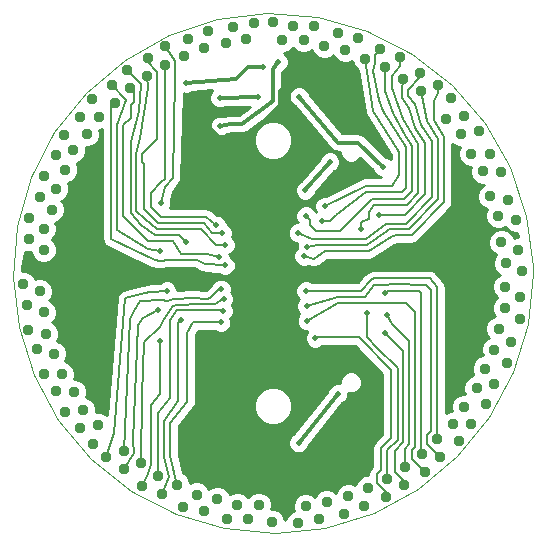
<source format=gbl>
G04 (created by PCBNEW-RS274X (2012-apr-16-27)-stable) date Tue 01 Apr 2014 03:39:00 PM EDT*
G01*
G70*
G90*
%MOIN*%
G04 Gerber Fmt 3.4, Leading zero omitted, Abs format*
%FSLAX34Y34*%
G04 APERTURE LIST*
%ADD10C,0.006000*%
%ADD11C,0.000400*%
%ADD12C,0.037000*%
%ADD13C,0.020000*%
%ADD14C,0.008000*%
%ADD15C,0.011800*%
%ADD16C,0.010000*%
G04 APERTURE END LIST*
G54D10*
G54D11*
X48032Y-39370D02*
X47867Y-41052D01*
X47378Y-42670D01*
X46584Y-44163D01*
X45516Y-45473D01*
X44213Y-46551D01*
X42726Y-47355D01*
X41111Y-47855D01*
X39430Y-48031D01*
X37747Y-47878D01*
X36126Y-47401D01*
X34628Y-46618D01*
X33310Y-45558D01*
X32223Y-44263D01*
X31409Y-42782D01*
X30898Y-41170D01*
X30709Y-39490D01*
X30851Y-37807D01*
X31317Y-36182D01*
X32090Y-34678D01*
X33140Y-33353D01*
X34427Y-32258D01*
X35903Y-31433D01*
X37510Y-30911D01*
X39189Y-30710D01*
X40874Y-30840D01*
X42502Y-31295D01*
X44011Y-32057D01*
X45343Y-33098D01*
X46448Y-34377D01*
X47283Y-35847D01*
X47816Y-37451D01*
X48028Y-39129D01*
X48032Y-39370D01*
G54D12*
X33386Y-45059D03*
X39350Y-47677D03*
X33346Y-33583D03*
X32952Y-34172D03*
X33558Y-34151D03*
X33164Y-34740D03*
X37835Y-47579D03*
X38544Y-47579D03*
X38189Y-47087D03*
X38898Y-47087D03*
X37520Y-46890D03*
X36825Y-46751D03*
X37076Y-47303D03*
X36381Y-47164D03*
X36181Y-46417D03*
X35526Y-46146D03*
X35666Y-46736D03*
X35011Y-46465D03*
X34980Y-45689D03*
X34391Y-45295D03*
X34412Y-45901D03*
X33823Y-45507D03*
X32441Y-44016D03*
X32942Y-44517D03*
X33039Y-43918D03*
X33541Y-44420D03*
X31732Y-42717D03*
X32125Y-43307D03*
X32338Y-42739D03*
X32731Y-43328D03*
X31220Y-41260D03*
X31491Y-41915D03*
X31810Y-41399D03*
X32081Y-42054D03*
X31043Y-39724D03*
X31181Y-40419D03*
X31594Y-39976D03*
X31732Y-40671D03*
X31240Y-37539D03*
X31240Y-38248D03*
X31732Y-37893D03*
X31732Y-38602D03*
X31732Y-36122D03*
X31593Y-36817D03*
X32145Y-36566D03*
X32006Y-37261D03*
X32402Y-34764D03*
X32131Y-35419D03*
X32721Y-35279D03*
X32450Y-35934D03*
X34094Y-33701D03*
X34595Y-33200D03*
X33996Y-33103D03*
X34498Y-32601D03*
X35177Y-32815D03*
X35767Y-32422D03*
X35199Y-32209D03*
X35788Y-31816D03*
X36417Y-32146D03*
X37072Y-31875D03*
X36556Y-31556D03*
X37211Y-31285D03*
X38740Y-31024D03*
X38045Y-31162D03*
X38488Y-31575D03*
X37793Y-31713D03*
X41083Y-31791D03*
X41778Y-31930D03*
X41527Y-31378D03*
X42222Y-31517D03*
X40217Y-47697D03*
X40912Y-47559D03*
X40469Y-47146D03*
X41164Y-47008D03*
X42539Y-46535D03*
X41884Y-46806D03*
X42400Y-47125D03*
X41745Y-47396D03*
X43760Y-45827D03*
X43170Y-46220D03*
X43738Y-46433D03*
X43149Y-46826D03*
X44843Y-44902D03*
X44342Y-45403D03*
X44941Y-45500D03*
X44439Y-46002D03*
X45571Y-44980D03*
X45965Y-44391D03*
X45359Y-44412D03*
X45753Y-43823D03*
X46476Y-43720D03*
X46747Y-43065D03*
X46157Y-43205D03*
X46428Y-42550D03*
X47165Y-42362D03*
X47304Y-41667D03*
X46752Y-41918D03*
X46891Y-41223D03*
X47598Y-40886D03*
X47598Y-40177D03*
X47106Y-40532D03*
X47106Y-39823D03*
X47677Y-39291D03*
X47539Y-38596D03*
X47126Y-39039D03*
X46988Y-38344D03*
X47480Y-37598D03*
X47209Y-36943D03*
X46890Y-37459D03*
X46619Y-36804D03*
X46988Y-36004D03*
X46595Y-35414D03*
X46382Y-35982D03*
X45989Y-35393D03*
X46240Y-34646D03*
X45739Y-34145D03*
X45642Y-34744D03*
X45140Y-34242D03*
X43720Y-32913D03*
X44309Y-33307D03*
X44288Y-32701D03*
X44877Y-33095D03*
X40748Y-31122D03*
X40039Y-31122D03*
X40394Y-31614D03*
X39685Y-31614D03*
X39370Y-31004D03*
X45295Y-33543D03*
X42441Y-32224D03*
X43096Y-32495D03*
X42956Y-31905D03*
X43611Y-32176D03*
G54D13*
X41102Y-37146D03*
X41004Y-37618D03*
X40472Y-37461D03*
X42323Y-37913D03*
X42894Y-37441D03*
X40217Y-38031D03*
X40512Y-38514D03*
X40404Y-38809D03*
X40472Y-39961D03*
X40492Y-40472D03*
X43110Y-40030D03*
X40512Y-40965D03*
X43169Y-40768D03*
X43110Y-41378D03*
X42500Y-40689D03*
X40787Y-41535D03*
X36486Y-33041D03*
X39045Y-32500D03*
X38858Y-33514D03*
X37599Y-33524D03*
X35630Y-37028D03*
X37490Y-37776D03*
X37677Y-38022D03*
X37776Y-38425D03*
X36457Y-38346D03*
X37579Y-38848D03*
X35591Y-38622D03*
X37776Y-39114D03*
X35827Y-39961D03*
X37648Y-39911D03*
X35531Y-40610D03*
X37726Y-40236D03*
X35610Y-41634D03*
X37717Y-40620D03*
X36319Y-40945D03*
X37628Y-41014D03*
X41260Y-35659D03*
X40453Y-36614D03*
X40246Y-33484D03*
X43051Y-35827D03*
X42559Y-34409D03*
X36909Y-34488D03*
X36417Y-44961D03*
X38406Y-43878D03*
X40226Y-45030D03*
X41535Y-43386D03*
X39547Y-32343D03*
X37618Y-34469D03*
G54D14*
X42717Y-33957D02*
X42441Y-32224D01*
X43346Y-36457D02*
X43346Y-36457D01*
X43583Y-35335D02*
X42717Y-33957D01*
X42461Y-36457D02*
X43346Y-36457D01*
X41102Y-37146D02*
X42461Y-36457D01*
X43346Y-36457D02*
X43583Y-36102D01*
X43583Y-36102D02*
X43583Y-35335D01*
X41004Y-37618D02*
X41260Y-37618D01*
X43799Y-35177D02*
X43031Y-33956D01*
X41260Y-37618D02*
X41457Y-37421D01*
X42894Y-33602D02*
X42717Y-32618D01*
X41457Y-37421D02*
X42480Y-36673D01*
X42776Y-32382D02*
X42776Y-32085D01*
X43799Y-36535D02*
X43799Y-35177D01*
X43031Y-33956D02*
X42894Y-33602D01*
X42480Y-36673D02*
X43681Y-36673D01*
X42776Y-32085D02*
X42956Y-31905D01*
X43681Y-36673D02*
X43799Y-36535D01*
X42717Y-32618D02*
X42776Y-32382D01*
X43110Y-33287D02*
X43366Y-34035D01*
X43996Y-35118D02*
X43996Y-35295D01*
X42657Y-36890D02*
X43740Y-36890D01*
X41594Y-37953D02*
X42657Y-36890D01*
X43096Y-32495D02*
X43110Y-33287D01*
X43740Y-36890D02*
X43996Y-36634D01*
X40472Y-37461D02*
X40610Y-37599D01*
X43996Y-36634D02*
X43996Y-35295D01*
X43780Y-34764D02*
X43996Y-35118D01*
X40807Y-37953D02*
X41594Y-37953D01*
X40610Y-37756D02*
X40807Y-37953D01*
X43366Y-34035D02*
X43780Y-34764D01*
X40610Y-37599D02*
X40610Y-37756D01*
X42323Y-37677D02*
X42559Y-37559D01*
X42559Y-37342D02*
X42756Y-37106D01*
X44213Y-36693D02*
X44213Y-35079D01*
X42323Y-37913D02*
X42323Y-37677D01*
X44213Y-35079D02*
X43701Y-34232D01*
X43611Y-32472D02*
X43611Y-32176D01*
X43839Y-37106D02*
X44213Y-36693D01*
X43701Y-34232D02*
X43327Y-33189D01*
X42756Y-37106D02*
X43839Y-37106D01*
X43327Y-32814D02*
X43611Y-32472D01*
X42559Y-37559D02*
X42559Y-37342D01*
X43327Y-33189D02*
X43327Y-32814D01*
X43780Y-37441D02*
X44429Y-36732D01*
X44114Y-34528D02*
X43898Y-33878D01*
X43662Y-33287D02*
X43720Y-32913D01*
X44429Y-36732D02*
X44429Y-35020D01*
X43662Y-33524D02*
X43662Y-33287D01*
X44429Y-35020D02*
X44114Y-34528D01*
X43898Y-33878D02*
X43662Y-33524D01*
X42894Y-37441D02*
X43780Y-37441D01*
X43130Y-37717D02*
X43799Y-37722D01*
X44665Y-34980D02*
X44311Y-34429D01*
X43130Y-37717D02*
X43130Y-37717D01*
X42480Y-38248D02*
X43130Y-37717D01*
X44311Y-34429D02*
X44114Y-33740D01*
X40217Y-38031D02*
X40681Y-38248D01*
X40681Y-38248D02*
X42480Y-38248D01*
X43858Y-33465D02*
X43858Y-33268D01*
X44288Y-32838D02*
X44288Y-32701D01*
X43799Y-37722D02*
X44665Y-36831D01*
X44114Y-33740D02*
X43858Y-33465D01*
X43130Y-37717D02*
X43130Y-37717D01*
X44665Y-36831D02*
X44665Y-34980D01*
X43858Y-33268D02*
X44288Y-32838D01*
X43248Y-37913D02*
X43819Y-37913D01*
X43819Y-37913D02*
X43839Y-37913D01*
X42520Y-38445D02*
X43189Y-37953D01*
X43917Y-37891D02*
X44863Y-36910D01*
X43189Y-37953D02*
X43248Y-37913D01*
X44862Y-34902D02*
X44508Y-34311D01*
X40829Y-38445D02*
X42520Y-38445D01*
X43839Y-37913D02*
X43917Y-37891D01*
X44508Y-34311D02*
X44309Y-33307D01*
X40552Y-38484D02*
X40829Y-38445D01*
X44862Y-35531D02*
X44862Y-34902D01*
X44863Y-36910D02*
X44862Y-35531D01*
X40512Y-38514D02*
X40552Y-38484D01*
X40738Y-38888D02*
X40738Y-38888D01*
X41102Y-38642D02*
X41102Y-38642D01*
X43858Y-38110D02*
X43996Y-38098D01*
X45059Y-34822D02*
X44724Y-34272D01*
X44877Y-33371D02*
X44877Y-33095D01*
X44724Y-33623D02*
X44877Y-33371D01*
X41093Y-38642D02*
X42579Y-38642D01*
X43484Y-38110D02*
X43858Y-38110D01*
X43996Y-38098D02*
X45059Y-36990D01*
X40738Y-38888D02*
X41102Y-38642D01*
X41102Y-38642D02*
X41102Y-38642D01*
X44724Y-34272D02*
X44724Y-33623D01*
X45059Y-36990D02*
X45059Y-34822D01*
X41102Y-38642D02*
X41102Y-38642D01*
X40404Y-38809D02*
X40738Y-38888D01*
X43307Y-38150D02*
X43484Y-38110D01*
X42579Y-38642D02*
X43307Y-38150D01*
X41102Y-38642D02*
X41093Y-38642D01*
X42323Y-39961D02*
X42638Y-39606D01*
X42638Y-39606D02*
X42756Y-39547D01*
X42756Y-39547D02*
X44591Y-39547D01*
X44843Y-39843D02*
X44843Y-44902D01*
X44591Y-39547D02*
X44843Y-39843D01*
X40472Y-39961D02*
X42323Y-39961D01*
X40492Y-40472D02*
X41535Y-40157D01*
X44646Y-39921D02*
X44646Y-44625D01*
X44508Y-45067D02*
X44941Y-45500D01*
X44459Y-39764D02*
X44646Y-39921D01*
X44646Y-44625D02*
X44508Y-44763D01*
X42441Y-40157D02*
X42756Y-39764D01*
X44508Y-44763D02*
X44508Y-45067D01*
X41535Y-40157D02*
X42441Y-40157D01*
X43062Y-39761D02*
X43395Y-39744D01*
X43395Y-39744D02*
X44459Y-39764D01*
X42756Y-39764D02*
X43062Y-39761D01*
X43395Y-39744D02*
X43395Y-39744D01*
X44311Y-40019D02*
X44311Y-45372D01*
X44253Y-39961D02*
X44311Y-40019D01*
X44311Y-45372D02*
X44342Y-45403D01*
X43406Y-39970D02*
X44253Y-39961D01*
X43170Y-39970D02*
X43406Y-39970D01*
X43110Y-40030D02*
X43170Y-39970D01*
X43996Y-45559D02*
X44439Y-46002D01*
X42987Y-40354D02*
X42987Y-40354D01*
X43799Y-40354D02*
X44114Y-40669D01*
X43996Y-45276D02*
X43996Y-45559D01*
X44114Y-45158D02*
X43996Y-45276D01*
X44114Y-40669D02*
X44114Y-45158D01*
X41547Y-40354D02*
X42987Y-40354D01*
X40512Y-40965D02*
X41547Y-40354D01*
X42987Y-40354D02*
X43799Y-40354D01*
X43760Y-45236D02*
X43760Y-45827D01*
X43346Y-41083D02*
X43917Y-41634D01*
X43917Y-41634D02*
X43917Y-45079D01*
X43917Y-45079D02*
X43760Y-45236D01*
X43169Y-40768D02*
X43346Y-41083D01*
X43425Y-45295D02*
X43425Y-45984D01*
X43425Y-45984D02*
X43738Y-46297D01*
X43706Y-41974D02*
X43706Y-45014D01*
X43706Y-45014D02*
X43425Y-45295D01*
X43110Y-41378D02*
X43706Y-41974D01*
X43738Y-46297D02*
X43738Y-46433D01*
X42500Y-40689D02*
X42500Y-40689D01*
X42854Y-41870D02*
X43524Y-42518D01*
X42500Y-41516D02*
X42854Y-41870D01*
X42500Y-40689D02*
X42500Y-41516D01*
X42500Y-41516D02*
X42500Y-41516D01*
X43524Y-42518D02*
X43524Y-44921D01*
X43524Y-44921D02*
X43170Y-45275D01*
X43170Y-45275D02*
X43170Y-46220D01*
X43307Y-42598D02*
X43307Y-44862D01*
X43149Y-46673D02*
X43149Y-46826D01*
X42972Y-45197D02*
X42972Y-45946D01*
X40787Y-41535D02*
X40805Y-41516D01*
X42972Y-45946D02*
X42835Y-46083D01*
X40805Y-41516D02*
X42225Y-41516D01*
X42225Y-41516D02*
X43307Y-42598D01*
X42835Y-46359D02*
X43149Y-46673D01*
X42835Y-46083D02*
X42835Y-46359D01*
X43307Y-44862D02*
X42972Y-45197D01*
G54D15*
X38544Y-32500D02*
X38150Y-32894D01*
X39045Y-32500D02*
X38544Y-32500D01*
X36486Y-33041D02*
X38150Y-32894D01*
X38858Y-33514D02*
X37599Y-33524D01*
G54D14*
X36122Y-32303D02*
X35788Y-31816D01*
X35787Y-36516D02*
X36024Y-36201D01*
X35630Y-37028D02*
X35787Y-36516D01*
X36122Y-32835D02*
X36122Y-32303D01*
X35630Y-37028D02*
X35630Y-37028D01*
X36024Y-36201D02*
X36122Y-32835D01*
X35630Y-37028D02*
X35630Y-37028D01*
X37156Y-37500D02*
X35630Y-37500D01*
X35295Y-37165D02*
X35295Y-36694D01*
X35295Y-36694D02*
X35650Y-36339D01*
X35630Y-37500D02*
X35295Y-37165D01*
X35767Y-36222D02*
X35650Y-36339D01*
X35767Y-32422D02*
X35767Y-36222D01*
X37490Y-37776D02*
X37156Y-37500D01*
X35000Y-35414D02*
X35512Y-34902D01*
X37677Y-38022D02*
X37677Y-38022D01*
X37353Y-38019D02*
X37087Y-37697D01*
X35079Y-37225D02*
X35079Y-35729D01*
X35000Y-35650D02*
X35000Y-35414D01*
X35551Y-37697D02*
X35079Y-37225D01*
X35199Y-32344D02*
X35199Y-32209D01*
X35512Y-34902D02*
X35512Y-32657D01*
X37087Y-37697D02*
X35551Y-37697D01*
X37677Y-38022D02*
X37353Y-38019D01*
X35512Y-32657D02*
X35199Y-32344D01*
X35079Y-35729D02*
X35000Y-35650D01*
X36972Y-37894D02*
X35761Y-37894D01*
X34823Y-37303D02*
X34823Y-36870D01*
X34823Y-36870D02*
X34811Y-35390D01*
X35098Y-37579D02*
X34823Y-37303D01*
X35492Y-37894D02*
X35098Y-37579D01*
X37776Y-38425D02*
X37480Y-38429D01*
X34942Y-34859D02*
X35217Y-33189D01*
X37480Y-38429D02*
X36972Y-37894D01*
X35761Y-37894D02*
X35492Y-37894D01*
X35217Y-33189D02*
X35177Y-32815D01*
X34811Y-35390D02*
X34942Y-34859D01*
X37776Y-38425D02*
X37776Y-38425D01*
X34961Y-37756D02*
X34626Y-37362D01*
X35453Y-38091D02*
X34961Y-37756D01*
X34626Y-35000D02*
X34899Y-33960D01*
X34626Y-37362D02*
X34626Y-35000D01*
X34899Y-33960D02*
X34961Y-33071D01*
X36240Y-38091D02*
X35453Y-38091D01*
X36457Y-38346D02*
X36240Y-38091D01*
X34961Y-33071D02*
X34498Y-32601D01*
X35216Y-38287D02*
X34390Y-37461D01*
X34646Y-34193D02*
X34646Y-33760D01*
X34724Y-33329D02*
X34595Y-33200D01*
X34390Y-37461D02*
X34390Y-34449D01*
X34646Y-33760D02*
X34724Y-33682D01*
X36024Y-38287D02*
X35216Y-38287D01*
X37165Y-38720D02*
X36299Y-38720D01*
X36299Y-38720D02*
X36024Y-38287D01*
X37579Y-38848D02*
X37165Y-38720D01*
X34390Y-34449D02*
X34646Y-34193D01*
X34724Y-33682D02*
X34724Y-33329D01*
X34167Y-34419D02*
X34488Y-33602D01*
X35591Y-38622D02*
X35217Y-38583D01*
X34488Y-33602D02*
X33996Y-33103D01*
X35217Y-38583D02*
X34170Y-37918D01*
X34170Y-37918D02*
X34167Y-34419D01*
X35610Y-38957D02*
X35453Y-38937D01*
X37776Y-39114D02*
X37110Y-39067D01*
X33976Y-38247D02*
X33976Y-35157D01*
X35453Y-38937D02*
X33976Y-38247D01*
X37776Y-39114D02*
X37776Y-39114D01*
X33976Y-33819D02*
X34094Y-33701D01*
X33976Y-35157D02*
X33976Y-33819D01*
X37110Y-39067D02*
X36825Y-38919D01*
X37776Y-39114D02*
X37776Y-39114D01*
X36825Y-38919D02*
X35906Y-38917D01*
X35906Y-38917D02*
X35610Y-38957D01*
X34449Y-40216D02*
X34075Y-44705D01*
X34075Y-44705D02*
X33823Y-45507D01*
X35276Y-40000D02*
X35099Y-40038D01*
X35827Y-39961D02*
X35276Y-40000D01*
X35099Y-40038D02*
X34449Y-40216D01*
X37648Y-39911D02*
X37569Y-39911D01*
X37569Y-39911D02*
X37323Y-40157D01*
X34606Y-40886D02*
X34391Y-45295D01*
X37323Y-40157D02*
X37205Y-40217D01*
X35846Y-40295D02*
X35669Y-40264D01*
X34724Y-40630D02*
X34606Y-40886D01*
X36063Y-40236D02*
X35846Y-40295D01*
X34935Y-40316D02*
X34724Y-40630D01*
X36692Y-40197D02*
X36063Y-40236D01*
X35669Y-40264D02*
X34935Y-40316D01*
X37205Y-40217D02*
X36692Y-40197D01*
X35039Y-40867D02*
X34862Y-41103D01*
X35531Y-40610D02*
X35039Y-40867D01*
X34705Y-44961D02*
X34744Y-45374D01*
X34862Y-41103D02*
X34705Y-44961D01*
X34744Y-45374D02*
X34412Y-45901D01*
X37726Y-40236D02*
X37717Y-40236D01*
X35079Y-41673D02*
X35000Y-43465D01*
X36024Y-40453D02*
X35728Y-40906D01*
X37717Y-40236D02*
X37441Y-40394D01*
X37283Y-40394D02*
X36988Y-40413D01*
X34980Y-45689D02*
X35000Y-43465D01*
X37441Y-40394D02*
X37283Y-40394D01*
X36161Y-40418D02*
X36024Y-40453D01*
X35610Y-41181D02*
X35079Y-41673D01*
X35728Y-40906D02*
X35610Y-41181D01*
X36988Y-40413D02*
X36161Y-40418D01*
X35197Y-46063D02*
X35011Y-46465D01*
X35315Y-45748D02*
X35197Y-46063D01*
X35610Y-41634D02*
X35610Y-43386D01*
X35315Y-43780D02*
X35315Y-45748D01*
X35610Y-43386D02*
X35315Y-43780D01*
X37284Y-40610D02*
X36161Y-40610D01*
X37707Y-40610D02*
X37717Y-40620D01*
X35945Y-40925D02*
X35945Y-43543D01*
X37284Y-40610D02*
X37707Y-40610D01*
X36161Y-40610D02*
X35945Y-40925D01*
X35526Y-46146D02*
X35531Y-44035D01*
X35945Y-43543D02*
X35531Y-44035D01*
X36201Y-41043D02*
X36201Y-43622D01*
X36319Y-40945D02*
X36201Y-41043D01*
X36201Y-43622D02*
X35728Y-44311D01*
X35906Y-46161D02*
X35666Y-46736D01*
X35728Y-44311D02*
X35728Y-45512D01*
X35728Y-45512D02*
X35906Y-46161D01*
X37490Y-41014D02*
X36722Y-41014D01*
X35945Y-44370D02*
X35945Y-44370D01*
X36181Y-46417D02*
X36181Y-46417D01*
X35945Y-45472D02*
X36181Y-46417D01*
X35945Y-44370D02*
X35945Y-45472D01*
X37628Y-41014D02*
X37490Y-41014D01*
X36516Y-42382D02*
X36516Y-43661D01*
X36516Y-41358D02*
X36516Y-42382D01*
X35945Y-44370D02*
X36516Y-43661D01*
X36722Y-41014D02*
X36516Y-41358D01*
G54D15*
X41260Y-35659D02*
X40453Y-36614D01*
X42211Y-35020D02*
X41531Y-35019D01*
X41531Y-35019D02*
X40246Y-33484D01*
X43051Y-35827D02*
X42211Y-35020D01*
X36929Y-35669D02*
X38386Y-36762D01*
X39616Y-33760D02*
X39616Y-33307D01*
X36417Y-44961D02*
X37244Y-44134D01*
X38022Y-43091D02*
X38406Y-43435D01*
X38386Y-42530D02*
X38022Y-43091D01*
X38386Y-36762D02*
X38386Y-42530D01*
X41113Y-32963D02*
X42559Y-34409D01*
X37244Y-44134D02*
X38406Y-43878D01*
X39960Y-32963D02*
X41113Y-32963D01*
X36909Y-34488D02*
X36929Y-35669D01*
X38406Y-43435D02*
X38406Y-43878D01*
X38543Y-34833D02*
X39616Y-33760D01*
X37225Y-34488D02*
X37570Y-34833D01*
X37570Y-34833D02*
X38543Y-34833D01*
X39616Y-33307D02*
X39960Y-32963D01*
X36909Y-34488D02*
X37225Y-34488D01*
X41535Y-43386D02*
X40226Y-45030D01*
X37985Y-34399D02*
X37618Y-34469D01*
X37985Y-34399D02*
X38326Y-34399D01*
X38326Y-34399D02*
X39370Y-33645D01*
X39370Y-33645D02*
X39370Y-33183D01*
X39370Y-33183D02*
X39370Y-32569D01*
X39370Y-32569D02*
X39547Y-32343D01*
G54D10*
G36*
X47533Y-38161D02*
X47453Y-38161D01*
X47393Y-38185D01*
X47357Y-38098D01*
X47235Y-37976D01*
X47075Y-37909D01*
X46902Y-37909D01*
X46742Y-37975D01*
X46620Y-38097D01*
X46553Y-38257D01*
X46553Y-38430D01*
X46619Y-38590D01*
X46741Y-38712D01*
X46809Y-38740D01*
X46758Y-38792D01*
X46691Y-38952D01*
X46691Y-39125D01*
X46757Y-39285D01*
X46879Y-39407D01*
X46926Y-39426D01*
X46860Y-39454D01*
X46738Y-39576D01*
X46671Y-39736D01*
X46671Y-39909D01*
X46737Y-40069D01*
X46845Y-40177D01*
X46738Y-40285D01*
X46671Y-40445D01*
X46671Y-40618D01*
X46737Y-40778D01*
X46763Y-40804D01*
X46645Y-40854D01*
X46523Y-40976D01*
X46456Y-41136D01*
X46456Y-41309D01*
X46522Y-41469D01*
X46573Y-41520D01*
X46506Y-41549D01*
X46384Y-41671D01*
X46317Y-41831D01*
X46317Y-42004D01*
X46362Y-42115D01*
X46342Y-42115D01*
X46182Y-42181D01*
X46060Y-42303D01*
X45993Y-42463D01*
X45993Y-42636D01*
X46051Y-42778D01*
X45911Y-42836D01*
X45789Y-42958D01*
X45722Y-43118D01*
X45722Y-43291D01*
X45762Y-43388D01*
X45667Y-43388D01*
X45507Y-43454D01*
X45385Y-43576D01*
X45318Y-43736D01*
X45318Y-43909D01*
X45346Y-43977D01*
X45273Y-43977D01*
X45133Y-44034D01*
X45133Y-39843D01*
X45123Y-39794D01*
X45119Y-39753D01*
X45113Y-39742D01*
X45111Y-39732D01*
X45083Y-39691D01*
X45063Y-39655D01*
X45048Y-39638D01*
X44812Y-39359D01*
X44802Y-39351D01*
X44796Y-39342D01*
X44758Y-39316D01*
X44723Y-39289D01*
X44712Y-39285D01*
X44702Y-39279D01*
X44655Y-39269D01*
X44614Y-39258D01*
X44602Y-39259D01*
X44591Y-39257D01*
X42756Y-39257D01*
X42744Y-39259D01*
X42734Y-39258D01*
X42690Y-39270D01*
X42645Y-39279D01*
X42636Y-39284D01*
X42625Y-39288D01*
X42508Y-39347D01*
X42443Y-39396D01*
X42421Y-39414D01*
X42419Y-39415D01*
X42419Y-39416D01*
X42418Y-39416D01*
X42192Y-39671D01*
X40675Y-39671D01*
X40670Y-39665D01*
X40542Y-39612D01*
X40403Y-39612D01*
X40275Y-39665D01*
X40176Y-39763D01*
X40123Y-39891D01*
X40123Y-40030D01*
X40176Y-40158D01*
X40243Y-40226D01*
X40196Y-40274D01*
X40143Y-40402D01*
X40143Y-40541D01*
X40196Y-40669D01*
X40254Y-40728D01*
X40216Y-40767D01*
X40163Y-40895D01*
X40163Y-41034D01*
X40216Y-41162D01*
X40314Y-41261D01*
X40442Y-41314D01*
X40514Y-41314D01*
X40491Y-41337D01*
X40438Y-41465D01*
X40438Y-41604D01*
X40491Y-41732D01*
X40589Y-41831D01*
X40717Y-41884D01*
X40856Y-41884D01*
X40984Y-41831D01*
X41009Y-41806D01*
X42105Y-41806D01*
X43017Y-42718D01*
X43017Y-44741D01*
X42767Y-44992D01*
X42704Y-45086D01*
X42682Y-45197D01*
X42682Y-45825D01*
X42630Y-45878D01*
X42567Y-45972D01*
X42545Y-46083D01*
X42545Y-46100D01*
X42453Y-46100D01*
X42337Y-46147D01*
X42337Y-43085D01*
X42337Y-42939D01*
X42281Y-42804D01*
X42178Y-42700D01*
X42042Y-42644D01*
X41896Y-42644D01*
X41761Y-42700D01*
X41657Y-42803D01*
X41601Y-42939D01*
X41601Y-43037D01*
X41466Y-43037D01*
X41338Y-43090D01*
X41239Y-43188D01*
X41186Y-43316D01*
X41186Y-43326D01*
X40085Y-44710D01*
X40029Y-44734D01*
X40013Y-44749D01*
X40013Y-43928D01*
X40013Y-43672D01*
X39915Y-43436D01*
X39735Y-43255D01*
X39499Y-43156D01*
X39243Y-43156D01*
X39007Y-43254D01*
X38826Y-43434D01*
X38727Y-43670D01*
X38727Y-43926D01*
X38825Y-44162D01*
X39005Y-44343D01*
X39241Y-44442D01*
X39497Y-44442D01*
X39733Y-44344D01*
X39914Y-44164D01*
X40013Y-43928D01*
X40013Y-44749D01*
X39930Y-44832D01*
X39877Y-44960D01*
X39877Y-45099D01*
X39930Y-45227D01*
X40028Y-45326D01*
X40156Y-45379D01*
X40295Y-45379D01*
X40423Y-45326D01*
X40522Y-45228D01*
X40575Y-45100D01*
X40575Y-45087D01*
X41674Y-43705D01*
X41732Y-43682D01*
X41831Y-43584D01*
X41884Y-43456D01*
X41884Y-43375D01*
X41896Y-43380D01*
X42042Y-43380D01*
X42177Y-43324D01*
X42281Y-43221D01*
X42337Y-43085D01*
X42337Y-46147D01*
X42293Y-46166D01*
X42171Y-46288D01*
X42111Y-46429D01*
X41971Y-46371D01*
X41798Y-46371D01*
X41638Y-46437D01*
X41516Y-46559D01*
X41461Y-46690D01*
X41411Y-46640D01*
X41251Y-46573D01*
X41078Y-46573D01*
X40918Y-46639D01*
X40796Y-46761D01*
X40767Y-46829D01*
X40716Y-46778D01*
X40556Y-46711D01*
X40383Y-46711D01*
X40223Y-46777D01*
X40101Y-46899D01*
X40034Y-47059D01*
X40034Y-47232D01*
X40058Y-47291D01*
X39971Y-47328D01*
X39849Y-47450D01*
X39785Y-47602D01*
X39785Y-47591D01*
X39719Y-47431D01*
X39597Y-47309D01*
X39437Y-47242D01*
X39304Y-47242D01*
X39333Y-47174D01*
X39333Y-47001D01*
X39267Y-46841D01*
X39145Y-46719D01*
X38985Y-46652D01*
X38812Y-46652D01*
X38652Y-46718D01*
X38543Y-46826D01*
X38436Y-46719D01*
X38276Y-46652D01*
X38103Y-46652D01*
X37943Y-46718D01*
X37926Y-46734D01*
X37889Y-46644D01*
X37767Y-46522D01*
X37607Y-46455D01*
X37434Y-46455D01*
X37274Y-46521D01*
X37222Y-46572D01*
X37194Y-46505D01*
X37072Y-46383D01*
X36912Y-46316D01*
X36739Y-46316D01*
X36616Y-46366D01*
X36616Y-46331D01*
X36550Y-46171D01*
X36428Y-46049D01*
X36382Y-46030D01*
X36235Y-45438D01*
X36235Y-44472D01*
X36721Y-43866D01*
X36741Y-43843D01*
X36757Y-43811D01*
X36784Y-43772D01*
X36787Y-43754D01*
X36794Y-43742D01*
X36796Y-43707D01*
X36806Y-43661D01*
X36806Y-42382D01*
X36806Y-41438D01*
X36886Y-41304D01*
X37424Y-41304D01*
X37430Y-41310D01*
X37558Y-41363D01*
X37697Y-41363D01*
X37825Y-41310D01*
X37924Y-41212D01*
X37977Y-41084D01*
X37977Y-40945D01*
X37950Y-40880D01*
X38013Y-40818D01*
X38066Y-40690D01*
X38066Y-40551D01*
X38018Y-40437D01*
X38022Y-40434D01*
X38075Y-40306D01*
X38075Y-40167D01*
X38022Y-40039D01*
X37987Y-40004D01*
X37997Y-39981D01*
X37997Y-39842D01*
X37944Y-39714D01*
X37846Y-39615D01*
X37718Y-39562D01*
X37579Y-39562D01*
X37451Y-39615D01*
X37352Y-39713D01*
X37348Y-39721D01*
X37150Y-39919D01*
X37141Y-39924D01*
X36703Y-39907D01*
X36686Y-39909D01*
X36674Y-39908D01*
X36176Y-39938D01*
X36176Y-39892D01*
X36123Y-39764D01*
X36025Y-39665D01*
X35897Y-39612D01*
X35758Y-39612D01*
X35630Y-39665D01*
X35608Y-39685D01*
X35256Y-39711D01*
X35234Y-39716D01*
X35215Y-39717D01*
X35038Y-39754D01*
X35027Y-39758D01*
X35022Y-39759D01*
X34372Y-39936D01*
X34364Y-39939D01*
X34364Y-39940D01*
X34363Y-39940D01*
X34271Y-39987D01*
X34197Y-40072D01*
X34161Y-40180D01*
X34162Y-40199D01*
X33834Y-44098D01*
X33788Y-44052D01*
X33628Y-43985D01*
X33474Y-43985D01*
X33474Y-43832D01*
X33408Y-43672D01*
X33286Y-43550D01*
X33135Y-43487D01*
X33166Y-43415D01*
X33166Y-43242D01*
X33100Y-43082D01*
X32978Y-42960D01*
X32818Y-42893D01*
X32744Y-42893D01*
X32773Y-42826D01*
X32773Y-42653D01*
X32707Y-42493D01*
X32585Y-42371D01*
X32439Y-42310D01*
X32449Y-42301D01*
X32516Y-42141D01*
X32516Y-41968D01*
X32450Y-41808D01*
X32328Y-41686D01*
X32186Y-41626D01*
X32245Y-41486D01*
X32245Y-41313D01*
X32179Y-41153D01*
X32057Y-41031D01*
X32007Y-41010D01*
X32100Y-40918D01*
X32167Y-40758D01*
X32167Y-40585D01*
X32101Y-40425D01*
X31979Y-40303D01*
X31910Y-40274D01*
X31962Y-40223D01*
X32029Y-40063D01*
X32029Y-39890D01*
X31963Y-39730D01*
X31841Y-39608D01*
X31681Y-39541D01*
X31508Y-39541D01*
X31448Y-39565D01*
X31412Y-39478D01*
X31290Y-39356D01*
X31130Y-39289D01*
X30998Y-39289D01*
X31003Y-39173D01*
X31104Y-38662D01*
X31153Y-38683D01*
X31297Y-38683D01*
X31297Y-38688D01*
X31363Y-38848D01*
X31485Y-38970D01*
X31645Y-39037D01*
X31818Y-39037D01*
X31978Y-38971D01*
X32100Y-38849D01*
X32167Y-38689D01*
X32167Y-38516D01*
X32101Y-38356D01*
X31992Y-38247D01*
X32100Y-38140D01*
X32167Y-37980D01*
X32167Y-37807D01*
X32116Y-37685D01*
X32252Y-37630D01*
X32374Y-37508D01*
X32441Y-37348D01*
X32441Y-37175D01*
X32375Y-37015D01*
X32323Y-36963D01*
X32391Y-36935D01*
X32513Y-36813D01*
X32580Y-36653D01*
X32580Y-36480D01*
X32534Y-36369D01*
X32536Y-36369D01*
X32696Y-36303D01*
X32818Y-36181D01*
X32885Y-36021D01*
X32885Y-35848D01*
X32826Y-35705D01*
X32967Y-35648D01*
X33089Y-35526D01*
X33156Y-35366D01*
X33156Y-35193D01*
X33148Y-35175D01*
X33250Y-35175D01*
X33410Y-35109D01*
X33532Y-34987D01*
X33599Y-34827D01*
X33599Y-34654D01*
X33570Y-34586D01*
X33644Y-34586D01*
X33686Y-34568D01*
X33686Y-35157D01*
X33686Y-38234D01*
X33686Y-38247D01*
X33697Y-38302D01*
X33704Y-38346D01*
X33706Y-38350D01*
X33708Y-38358D01*
X33737Y-38401D01*
X33762Y-38443D01*
X33767Y-38447D01*
X33771Y-38452D01*
X33806Y-38476D01*
X33853Y-38510D01*
X33865Y-38515D01*
X35308Y-39188D01*
X35309Y-39189D01*
X35310Y-39189D01*
X35331Y-39199D01*
X35359Y-39206D01*
X35416Y-39225D01*
X35573Y-39245D01*
X35616Y-39241D01*
X35649Y-39244D01*
X35921Y-39207D01*
X36755Y-39208D01*
X36977Y-39324D01*
X36981Y-39327D01*
X37041Y-39342D01*
X37085Y-39356D01*
X37088Y-39355D01*
X37090Y-39356D01*
X37557Y-39389D01*
X37578Y-39410D01*
X37706Y-39463D01*
X37845Y-39463D01*
X37973Y-39410D01*
X38072Y-39312D01*
X38125Y-39184D01*
X38125Y-39045D01*
X38072Y-38917D01*
X37974Y-38818D01*
X37928Y-38798D01*
X37928Y-38779D01*
X37914Y-38745D01*
X37973Y-38721D01*
X38072Y-38623D01*
X38125Y-38495D01*
X38125Y-38356D01*
X38072Y-38228D01*
X37999Y-38155D01*
X38026Y-38092D01*
X38026Y-37953D01*
X37973Y-37825D01*
X37875Y-37726D01*
X37839Y-37711D01*
X37839Y-37707D01*
X37786Y-37579D01*
X37688Y-37480D01*
X37560Y-37427D01*
X37521Y-37427D01*
X37341Y-37277D01*
X37305Y-37257D01*
X37267Y-37232D01*
X37252Y-37229D01*
X37241Y-37223D01*
X37198Y-37218D01*
X37156Y-37210D01*
X35932Y-37210D01*
X35979Y-37098D01*
X35979Y-36959D01*
X35964Y-36924D01*
X36048Y-36651D01*
X36256Y-36376D01*
X36270Y-36345D01*
X36289Y-36320D01*
X36294Y-36295D01*
X36305Y-36274D01*
X36306Y-36242D01*
X36314Y-36210D01*
X36398Y-33382D01*
X36416Y-33390D01*
X36555Y-33390D01*
X36683Y-33337D01*
X36686Y-33333D01*
X37354Y-33275D01*
X37303Y-33326D01*
X37250Y-33454D01*
X37250Y-33593D01*
X37303Y-33721D01*
X37401Y-33820D01*
X37529Y-33873D01*
X37668Y-33873D01*
X37768Y-33831D01*
X38594Y-33824D01*
X38225Y-34090D01*
X37985Y-34090D01*
X37954Y-34096D01*
X37926Y-34096D01*
X37722Y-34134D01*
X37688Y-34120D01*
X37549Y-34120D01*
X37421Y-34173D01*
X37322Y-34271D01*
X37269Y-34399D01*
X37269Y-34538D01*
X37322Y-34666D01*
X37420Y-34765D01*
X37548Y-34818D01*
X37687Y-34818D01*
X37815Y-34765D01*
X37838Y-34741D01*
X38015Y-34708D01*
X38326Y-34708D01*
X38365Y-34700D01*
X38397Y-34699D01*
X38419Y-34688D01*
X38444Y-34684D01*
X38470Y-34666D01*
X38507Y-34650D01*
X39551Y-33897D01*
X39572Y-33873D01*
X39588Y-33863D01*
X39604Y-33837D01*
X39632Y-33808D01*
X39640Y-33784D01*
X39655Y-33763D01*
X39662Y-33725D01*
X39674Y-33695D01*
X39673Y-33673D01*
X39679Y-33645D01*
X39679Y-33183D01*
X39679Y-32675D01*
X39690Y-32661D01*
X39744Y-32639D01*
X39843Y-32541D01*
X39896Y-32413D01*
X39896Y-32274D01*
X39843Y-32146D01*
X39746Y-32049D01*
X39771Y-32049D01*
X39931Y-31983D01*
X40039Y-31874D01*
X40147Y-31982D01*
X40307Y-32049D01*
X40480Y-32049D01*
X40640Y-31983D01*
X40676Y-31946D01*
X40714Y-32037D01*
X40836Y-32159D01*
X40996Y-32226D01*
X41169Y-32226D01*
X41329Y-32160D01*
X41380Y-32108D01*
X41409Y-32176D01*
X41531Y-32298D01*
X41691Y-32365D01*
X41864Y-32365D01*
X42006Y-32306D01*
X42006Y-32310D01*
X42072Y-32470D01*
X42194Y-32592D01*
X42206Y-32597D01*
X42429Y-34002D01*
X42468Y-34108D01*
X42471Y-34111D01*
X43293Y-35420D01*
X43293Y-35575D01*
X43249Y-35531D01*
X43142Y-35486D01*
X42425Y-34797D01*
X42354Y-34752D01*
X42329Y-34735D01*
X42326Y-34734D01*
X42324Y-34733D01*
X42290Y-34727D01*
X42212Y-34711D01*
X41674Y-34710D01*
X40595Y-33419D01*
X40595Y-33415D01*
X40542Y-33287D01*
X40444Y-33188D01*
X40316Y-33135D01*
X40177Y-33135D01*
X40049Y-33188D01*
X39950Y-33286D01*
X39897Y-33414D01*
X39897Y-33553D01*
X39950Y-33681D01*
X40048Y-33780D01*
X40113Y-33807D01*
X41292Y-35217D01*
X41308Y-35229D01*
X41313Y-35237D01*
X41341Y-35256D01*
X41387Y-35292D01*
X41401Y-35296D01*
X41413Y-35304D01*
X41460Y-35313D01*
X41502Y-35326D01*
X41513Y-35324D01*
X41530Y-35328D01*
X41601Y-35328D01*
X41601Y-35407D01*
X41657Y-35542D01*
X41760Y-35646D01*
X41896Y-35702D01*
X42042Y-35702D01*
X42177Y-35646D01*
X42281Y-35543D01*
X42288Y-35524D01*
X42719Y-35939D01*
X42755Y-36024D01*
X42853Y-36123D01*
X42959Y-36167D01*
X42461Y-36167D01*
X42449Y-36169D01*
X42438Y-36168D01*
X42391Y-36180D01*
X42350Y-36189D01*
X42341Y-36194D01*
X42329Y-36198D01*
X41609Y-36563D01*
X41609Y-35729D01*
X41609Y-35590D01*
X41556Y-35462D01*
X41458Y-35363D01*
X41330Y-35310D01*
X41191Y-35310D01*
X41063Y-35363D01*
X40964Y-35461D01*
X40911Y-35589D01*
X40911Y-35593D01*
X40322Y-36290D01*
X40256Y-36318D01*
X40157Y-36416D01*
X40104Y-36544D01*
X40104Y-36683D01*
X40157Y-36811D01*
X40255Y-36910D01*
X40383Y-36963D01*
X40522Y-36963D01*
X40650Y-36910D01*
X40749Y-36812D01*
X40802Y-36684D01*
X40802Y-36679D01*
X41392Y-35981D01*
X41457Y-35955D01*
X41556Y-35857D01*
X41609Y-35729D01*
X41609Y-36563D01*
X41148Y-36797D01*
X41033Y-36797D01*
X40905Y-36850D01*
X40806Y-36948D01*
X40753Y-37076D01*
X40753Y-37215D01*
X40800Y-37328D01*
X40796Y-37332D01*
X40768Y-37264D01*
X40670Y-37165D01*
X40542Y-37112D01*
X40403Y-37112D01*
X40275Y-37165D01*
X40176Y-37263D01*
X40123Y-37391D01*
X40123Y-37530D01*
X40176Y-37658D01*
X40199Y-37682D01*
X40148Y-37682D01*
X40020Y-37735D01*
X40013Y-37741D01*
X40013Y-35070D01*
X40013Y-34814D01*
X39915Y-34578D01*
X39735Y-34397D01*
X39499Y-34298D01*
X39243Y-34298D01*
X39007Y-34396D01*
X38826Y-34576D01*
X38727Y-34812D01*
X38727Y-35068D01*
X38825Y-35304D01*
X39005Y-35485D01*
X39241Y-35584D01*
X39497Y-35584D01*
X39733Y-35486D01*
X39914Y-35306D01*
X40013Y-35070D01*
X40013Y-37741D01*
X39921Y-37833D01*
X39868Y-37961D01*
X39868Y-38100D01*
X39921Y-38228D01*
X40019Y-38327D01*
X40147Y-38380D01*
X40189Y-38380D01*
X40163Y-38444D01*
X40163Y-38556D01*
X40108Y-38611D01*
X40055Y-38739D01*
X40055Y-38878D01*
X40108Y-39006D01*
X40206Y-39105D01*
X40334Y-39158D01*
X40473Y-39158D01*
X40526Y-39135D01*
X40671Y-39170D01*
X40676Y-39170D01*
X40683Y-39173D01*
X40711Y-39172D01*
X40738Y-39178D01*
X40762Y-39173D01*
X40784Y-39174D01*
X40789Y-39172D01*
X40796Y-39172D01*
X40820Y-39161D01*
X40849Y-39156D01*
X40868Y-39142D01*
X40890Y-39135D01*
X40894Y-39130D01*
X40901Y-39128D01*
X41190Y-38932D01*
X42579Y-38932D01*
X42607Y-38926D01*
X42637Y-38926D01*
X42661Y-38915D01*
X42690Y-38910D01*
X42714Y-38893D01*
X42742Y-38882D01*
X43422Y-38421D01*
X43516Y-38400D01*
X43858Y-38400D01*
X43870Y-38397D01*
X43883Y-38399D01*
X44002Y-38388D01*
X44021Y-38387D01*
X44059Y-38375D01*
X44113Y-38364D01*
X44123Y-38356D01*
X44129Y-38355D01*
X44154Y-38334D01*
X44205Y-38299D01*
X44218Y-38284D01*
X45264Y-37195D01*
X45268Y-37191D01*
X45292Y-37153D01*
X45327Y-37101D01*
X45327Y-37096D01*
X45329Y-37095D01*
X45334Y-37065D01*
X45349Y-36990D01*
X45349Y-35066D01*
X45395Y-35112D01*
X45555Y-35179D01*
X45607Y-35179D01*
X45554Y-35306D01*
X45554Y-35479D01*
X45620Y-35639D01*
X45742Y-35761D01*
X45902Y-35828D01*
X45975Y-35828D01*
X45947Y-35895D01*
X45947Y-36068D01*
X46013Y-36228D01*
X46135Y-36350D01*
X46295Y-36417D01*
X46416Y-36417D01*
X46373Y-36435D01*
X46251Y-36557D01*
X46184Y-36717D01*
X46184Y-36890D01*
X46250Y-37050D01*
X46372Y-37172D01*
X46513Y-37231D01*
X46455Y-37372D01*
X46455Y-37545D01*
X46521Y-37705D01*
X46643Y-37827D01*
X46803Y-37894D01*
X46976Y-37894D01*
X47108Y-37839D01*
X47111Y-37844D01*
X47233Y-37966D01*
X47393Y-38033D01*
X47507Y-38033D01*
X47533Y-38161D01*
X47533Y-38161D01*
G37*
G54D16*
X47533Y-38161D02*
X47453Y-38161D01*
X47393Y-38185D01*
X47357Y-38098D01*
X47235Y-37976D01*
X47075Y-37909D01*
X46902Y-37909D01*
X46742Y-37975D01*
X46620Y-38097D01*
X46553Y-38257D01*
X46553Y-38430D01*
X46619Y-38590D01*
X46741Y-38712D01*
X46809Y-38740D01*
X46758Y-38792D01*
X46691Y-38952D01*
X46691Y-39125D01*
X46757Y-39285D01*
X46879Y-39407D01*
X46926Y-39426D01*
X46860Y-39454D01*
X46738Y-39576D01*
X46671Y-39736D01*
X46671Y-39909D01*
X46737Y-40069D01*
X46845Y-40177D01*
X46738Y-40285D01*
X46671Y-40445D01*
X46671Y-40618D01*
X46737Y-40778D01*
X46763Y-40804D01*
X46645Y-40854D01*
X46523Y-40976D01*
X46456Y-41136D01*
X46456Y-41309D01*
X46522Y-41469D01*
X46573Y-41520D01*
X46506Y-41549D01*
X46384Y-41671D01*
X46317Y-41831D01*
X46317Y-42004D01*
X46362Y-42115D01*
X46342Y-42115D01*
X46182Y-42181D01*
X46060Y-42303D01*
X45993Y-42463D01*
X45993Y-42636D01*
X46051Y-42778D01*
X45911Y-42836D01*
X45789Y-42958D01*
X45722Y-43118D01*
X45722Y-43291D01*
X45762Y-43388D01*
X45667Y-43388D01*
X45507Y-43454D01*
X45385Y-43576D01*
X45318Y-43736D01*
X45318Y-43909D01*
X45346Y-43977D01*
X45273Y-43977D01*
X45133Y-44034D01*
X45133Y-39843D01*
X45123Y-39794D01*
X45119Y-39753D01*
X45113Y-39742D01*
X45111Y-39732D01*
X45083Y-39691D01*
X45063Y-39655D01*
X45048Y-39638D01*
X44812Y-39359D01*
X44802Y-39351D01*
X44796Y-39342D01*
X44758Y-39316D01*
X44723Y-39289D01*
X44712Y-39285D01*
X44702Y-39279D01*
X44655Y-39269D01*
X44614Y-39258D01*
X44602Y-39259D01*
X44591Y-39257D01*
X42756Y-39257D01*
X42744Y-39259D01*
X42734Y-39258D01*
X42690Y-39270D01*
X42645Y-39279D01*
X42636Y-39284D01*
X42625Y-39288D01*
X42508Y-39347D01*
X42443Y-39396D01*
X42421Y-39414D01*
X42419Y-39415D01*
X42419Y-39416D01*
X42418Y-39416D01*
X42192Y-39671D01*
X40675Y-39671D01*
X40670Y-39665D01*
X40542Y-39612D01*
X40403Y-39612D01*
X40275Y-39665D01*
X40176Y-39763D01*
X40123Y-39891D01*
X40123Y-40030D01*
X40176Y-40158D01*
X40243Y-40226D01*
X40196Y-40274D01*
X40143Y-40402D01*
X40143Y-40541D01*
X40196Y-40669D01*
X40254Y-40728D01*
X40216Y-40767D01*
X40163Y-40895D01*
X40163Y-41034D01*
X40216Y-41162D01*
X40314Y-41261D01*
X40442Y-41314D01*
X40514Y-41314D01*
X40491Y-41337D01*
X40438Y-41465D01*
X40438Y-41604D01*
X40491Y-41732D01*
X40589Y-41831D01*
X40717Y-41884D01*
X40856Y-41884D01*
X40984Y-41831D01*
X41009Y-41806D01*
X42105Y-41806D01*
X43017Y-42718D01*
X43017Y-44741D01*
X42767Y-44992D01*
X42704Y-45086D01*
X42682Y-45197D01*
X42682Y-45825D01*
X42630Y-45878D01*
X42567Y-45972D01*
X42545Y-46083D01*
X42545Y-46100D01*
X42453Y-46100D01*
X42337Y-46147D01*
X42337Y-43085D01*
X42337Y-42939D01*
X42281Y-42804D01*
X42178Y-42700D01*
X42042Y-42644D01*
X41896Y-42644D01*
X41761Y-42700D01*
X41657Y-42803D01*
X41601Y-42939D01*
X41601Y-43037D01*
X41466Y-43037D01*
X41338Y-43090D01*
X41239Y-43188D01*
X41186Y-43316D01*
X41186Y-43326D01*
X40085Y-44710D01*
X40029Y-44734D01*
X40013Y-44749D01*
X40013Y-43928D01*
X40013Y-43672D01*
X39915Y-43436D01*
X39735Y-43255D01*
X39499Y-43156D01*
X39243Y-43156D01*
X39007Y-43254D01*
X38826Y-43434D01*
X38727Y-43670D01*
X38727Y-43926D01*
X38825Y-44162D01*
X39005Y-44343D01*
X39241Y-44442D01*
X39497Y-44442D01*
X39733Y-44344D01*
X39914Y-44164D01*
X40013Y-43928D01*
X40013Y-44749D01*
X39930Y-44832D01*
X39877Y-44960D01*
X39877Y-45099D01*
X39930Y-45227D01*
X40028Y-45326D01*
X40156Y-45379D01*
X40295Y-45379D01*
X40423Y-45326D01*
X40522Y-45228D01*
X40575Y-45100D01*
X40575Y-45087D01*
X41674Y-43705D01*
X41732Y-43682D01*
X41831Y-43584D01*
X41884Y-43456D01*
X41884Y-43375D01*
X41896Y-43380D01*
X42042Y-43380D01*
X42177Y-43324D01*
X42281Y-43221D01*
X42337Y-43085D01*
X42337Y-46147D01*
X42293Y-46166D01*
X42171Y-46288D01*
X42111Y-46429D01*
X41971Y-46371D01*
X41798Y-46371D01*
X41638Y-46437D01*
X41516Y-46559D01*
X41461Y-46690D01*
X41411Y-46640D01*
X41251Y-46573D01*
X41078Y-46573D01*
X40918Y-46639D01*
X40796Y-46761D01*
X40767Y-46829D01*
X40716Y-46778D01*
X40556Y-46711D01*
X40383Y-46711D01*
X40223Y-46777D01*
X40101Y-46899D01*
X40034Y-47059D01*
X40034Y-47232D01*
X40058Y-47291D01*
X39971Y-47328D01*
X39849Y-47450D01*
X39785Y-47602D01*
X39785Y-47591D01*
X39719Y-47431D01*
X39597Y-47309D01*
X39437Y-47242D01*
X39304Y-47242D01*
X39333Y-47174D01*
X39333Y-47001D01*
X39267Y-46841D01*
X39145Y-46719D01*
X38985Y-46652D01*
X38812Y-46652D01*
X38652Y-46718D01*
X38543Y-46826D01*
X38436Y-46719D01*
X38276Y-46652D01*
X38103Y-46652D01*
X37943Y-46718D01*
X37926Y-46734D01*
X37889Y-46644D01*
X37767Y-46522D01*
X37607Y-46455D01*
X37434Y-46455D01*
X37274Y-46521D01*
X37222Y-46572D01*
X37194Y-46505D01*
X37072Y-46383D01*
X36912Y-46316D01*
X36739Y-46316D01*
X36616Y-46366D01*
X36616Y-46331D01*
X36550Y-46171D01*
X36428Y-46049D01*
X36382Y-46030D01*
X36235Y-45438D01*
X36235Y-44472D01*
X36721Y-43866D01*
X36741Y-43843D01*
X36757Y-43811D01*
X36784Y-43772D01*
X36787Y-43754D01*
X36794Y-43742D01*
X36796Y-43707D01*
X36806Y-43661D01*
X36806Y-42382D01*
X36806Y-41438D01*
X36886Y-41304D01*
X37424Y-41304D01*
X37430Y-41310D01*
X37558Y-41363D01*
X37697Y-41363D01*
X37825Y-41310D01*
X37924Y-41212D01*
X37977Y-41084D01*
X37977Y-40945D01*
X37950Y-40880D01*
X38013Y-40818D01*
X38066Y-40690D01*
X38066Y-40551D01*
X38018Y-40437D01*
X38022Y-40434D01*
X38075Y-40306D01*
X38075Y-40167D01*
X38022Y-40039D01*
X37987Y-40004D01*
X37997Y-39981D01*
X37997Y-39842D01*
X37944Y-39714D01*
X37846Y-39615D01*
X37718Y-39562D01*
X37579Y-39562D01*
X37451Y-39615D01*
X37352Y-39713D01*
X37348Y-39721D01*
X37150Y-39919D01*
X37141Y-39924D01*
X36703Y-39907D01*
X36686Y-39909D01*
X36674Y-39908D01*
X36176Y-39938D01*
X36176Y-39892D01*
X36123Y-39764D01*
X36025Y-39665D01*
X35897Y-39612D01*
X35758Y-39612D01*
X35630Y-39665D01*
X35608Y-39685D01*
X35256Y-39711D01*
X35234Y-39716D01*
X35215Y-39717D01*
X35038Y-39754D01*
X35027Y-39758D01*
X35022Y-39759D01*
X34372Y-39936D01*
X34364Y-39939D01*
X34364Y-39940D01*
X34363Y-39940D01*
X34271Y-39987D01*
X34197Y-40072D01*
X34161Y-40180D01*
X34162Y-40199D01*
X33834Y-44098D01*
X33788Y-44052D01*
X33628Y-43985D01*
X33474Y-43985D01*
X33474Y-43832D01*
X33408Y-43672D01*
X33286Y-43550D01*
X33135Y-43487D01*
X33166Y-43415D01*
X33166Y-43242D01*
X33100Y-43082D01*
X32978Y-42960D01*
X32818Y-42893D01*
X32744Y-42893D01*
X32773Y-42826D01*
X32773Y-42653D01*
X32707Y-42493D01*
X32585Y-42371D01*
X32439Y-42310D01*
X32449Y-42301D01*
X32516Y-42141D01*
X32516Y-41968D01*
X32450Y-41808D01*
X32328Y-41686D01*
X32186Y-41626D01*
X32245Y-41486D01*
X32245Y-41313D01*
X32179Y-41153D01*
X32057Y-41031D01*
X32007Y-41010D01*
X32100Y-40918D01*
X32167Y-40758D01*
X32167Y-40585D01*
X32101Y-40425D01*
X31979Y-40303D01*
X31910Y-40274D01*
X31962Y-40223D01*
X32029Y-40063D01*
X32029Y-39890D01*
X31963Y-39730D01*
X31841Y-39608D01*
X31681Y-39541D01*
X31508Y-39541D01*
X31448Y-39565D01*
X31412Y-39478D01*
X31290Y-39356D01*
X31130Y-39289D01*
X30998Y-39289D01*
X31003Y-39173D01*
X31104Y-38662D01*
X31153Y-38683D01*
X31297Y-38683D01*
X31297Y-38688D01*
X31363Y-38848D01*
X31485Y-38970D01*
X31645Y-39037D01*
X31818Y-39037D01*
X31978Y-38971D01*
X32100Y-38849D01*
X32167Y-38689D01*
X32167Y-38516D01*
X32101Y-38356D01*
X31992Y-38247D01*
X32100Y-38140D01*
X32167Y-37980D01*
X32167Y-37807D01*
X32116Y-37685D01*
X32252Y-37630D01*
X32374Y-37508D01*
X32441Y-37348D01*
X32441Y-37175D01*
X32375Y-37015D01*
X32323Y-36963D01*
X32391Y-36935D01*
X32513Y-36813D01*
X32580Y-36653D01*
X32580Y-36480D01*
X32534Y-36369D01*
X32536Y-36369D01*
X32696Y-36303D01*
X32818Y-36181D01*
X32885Y-36021D01*
X32885Y-35848D01*
X32826Y-35705D01*
X32967Y-35648D01*
X33089Y-35526D01*
X33156Y-35366D01*
X33156Y-35193D01*
X33148Y-35175D01*
X33250Y-35175D01*
X33410Y-35109D01*
X33532Y-34987D01*
X33599Y-34827D01*
X33599Y-34654D01*
X33570Y-34586D01*
X33644Y-34586D01*
X33686Y-34568D01*
X33686Y-35157D01*
X33686Y-38234D01*
X33686Y-38247D01*
X33697Y-38302D01*
X33704Y-38346D01*
X33706Y-38350D01*
X33708Y-38358D01*
X33737Y-38401D01*
X33762Y-38443D01*
X33767Y-38447D01*
X33771Y-38452D01*
X33806Y-38476D01*
X33853Y-38510D01*
X33865Y-38515D01*
X35308Y-39188D01*
X35309Y-39189D01*
X35310Y-39189D01*
X35331Y-39199D01*
X35359Y-39206D01*
X35416Y-39225D01*
X35573Y-39245D01*
X35616Y-39241D01*
X35649Y-39244D01*
X35921Y-39207D01*
X36755Y-39208D01*
X36977Y-39324D01*
X36981Y-39327D01*
X37041Y-39342D01*
X37085Y-39356D01*
X37088Y-39355D01*
X37090Y-39356D01*
X37557Y-39389D01*
X37578Y-39410D01*
X37706Y-39463D01*
X37845Y-39463D01*
X37973Y-39410D01*
X38072Y-39312D01*
X38125Y-39184D01*
X38125Y-39045D01*
X38072Y-38917D01*
X37974Y-38818D01*
X37928Y-38798D01*
X37928Y-38779D01*
X37914Y-38745D01*
X37973Y-38721D01*
X38072Y-38623D01*
X38125Y-38495D01*
X38125Y-38356D01*
X38072Y-38228D01*
X37999Y-38155D01*
X38026Y-38092D01*
X38026Y-37953D01*
X37973Y-37825D01*
X37875Y-37726D01*
X37839Y-37711D01*
X37839Y-37707D01*
X37786Y-37579D01*
X37688Y-37480D01*
X37560Y-37427D01*
X37521Y-37427D01*
X37341Y-37277D01*
X37305Y-37257D01*
X37267Y-37232D01*
X37252Y-37229D01*
X37241Y-37223D01*
X37198Y-37218D01*
X37156Y-37210D01*
X35932Y-37210D01*
X35979Y-37098D01*
X35979Y-36959D01*
X35964Y-36924D01*
X36048Y-36651D01*
X36256Y-36376D01*
X36270Y-36345D01*
X36289Y-36320D01*
X36294Y-36295D01*
X36305Y-36274D01*
X36306Y-36242D01*
X36314Y-36210D01*
X36398Y-33382D01*
X36416Y-33390D01*
X36555Y-33390D01*
X36683Y-33337D01*
X36686Y-33333D01*
X37354Y-33275D01*
X37303Y-33326D01*
X37250Y-33454D01*
X37250Y-33593D01*
X37303Y-33721D01*
X37401Y-33820D01*
X37529Y-33873D01*
X37668Y-33873D01*
X37768Y-33831D01*
X38594Y-33824D01*
X38225Y-34090D01*
X37985Y-34090D01*
X37954Y-34096D01*
X37926Y-34096D01*
X37722Y-34134D01*
X37688Y-34120D01*
X37549Y-34120D01*
X37421Y-34173D01*
X37322Y-34271D01*
X37269Y-34399D01*
X37269Y-34538D01*
X37322Y-34666D01*
X37420Y-34765D01*
X37548Y-34818D01*
X37687Y-34818D01*
X37815Y-34765D01*
X37838Y-34741D01*
X38015Y-34708D01*
X38326Y-34708D01*
X38365Y-34700D01*
X38397Y-34699D01*
X38419Y-34688D01*
X38444Y-34684D01*
X38470Y-34666D01*
X38507Y-34650D01*
X39551Y-33897D01*
X39572Y-33873D01*
X39588Y-33863D01*
X39604Y-33837D01*
X39632Y-33808D01*
X39640Y-33784D01*
X39655Y-33763D01*
X39662Y-33725D01*
X39674Y-33695D01*
X39673Y-33673D01*
X39679Y-33645D01*
X39679Y-33183D01*
X39679Y-32675D01*
X39690Y-32661D01*
X39744Y-32639D01*
X39843Y-32541D01*
X39896Y-32413D01*
X39896Y-32274D01*
X39843Y-32146D01*
X39746Y-32049D01*
X39771Y-32049D01*
X39931Y-31983D01*
X40039Y-31874D01*
X40147Y-31982D01*
X40307Y-32049D01*
X40480Y-32049D01*
X40640Y-31983D01*
X40676Y-31946D01*
X40714Y-32037D01*
X40836Y-32159D01*
X40996Y-32226D01*
X41169Y-32226D01*
X41329Y-32160D01*
X41380Y-32108D01*
X41409Y-32176D01*
X41531Y-32298D01*
X41691Y-32365D01*
X41864Y-32365D01*
X42006Y-32306D01*
X42006Y-32310D01*
X42072Y-32470D01*
X42194Y-32592D01*
X42206Y-32597D01*
X42429Y-34002D01*
X42468Y-34108D01*
X42471Y-34111D01*
X43293Y-35420D01*
X43293Y-35575D01*
X43249Y-35531D01*
X43142Y-35486D01*
X42425Y-34797D01*
X42354Y-34752D01*
X42329Y-34735D01*
X42326Y-34734D01*
X42324Y-34733D01*
X42290Y-34727D01*
X42212Y-34711D01*
X41674Y-34710D01*
X40595Y-33419D01*
X40595Y-33415D01*
X40542Y-33287D01*
X40444Y-33188D01*
X40316Y-33135D01*
X40177Y-33135D01*
X40049Y-33188D01*
X39950Y-33286D01*
X39897Y-33414D01*
X39897Y-33553D01*
X39950Y-33681D01*
X40048Y-33780D01*
X40113Y-33807D01*
X41292Y-35217D01*
X41308Y-35229D01*
X41313Y-35237D01*
X41341Y-35256D01*
X41387Y-35292D01*
X41401Y-35296D01*
X41413Y-35304D01*
X41460Y-35313D01*
X41502Y-35326D01*
X41513Y-35324D01*
X41530Y-35328D01*
X41601Y-35328D01*
X41601Y-35407D01*
X41657Y-35542D01*
X41760Y-35646D01*
X41896Y-35702D01*
X42042Y-35702D01*
X42177Y-35646D01*
X42281Y-35543D01*
X42288Y-35524D01*
X42719Y-35939D01*
X42755Y-36024D01*
X42853Y-36123D01*
X42959Y-36167D01*
X42461Y-36167D01*
X42449Y-36169D01*
X42438Y-36168D01*
X42391Y-36180D01*
X42350Y-36189D01*
X42341Y-36194D01*
X42329Y-36198D01*
X41609Y-36563D01*
X41609Y-35729D01*
X41609Y-35590D01*
X41556Y-35462D01*
X41458Y-35363D01*
X41330Y-35310D01*
X41191Y-35310D01*
X41063Y-35363D01*
X40964Y-35461D01*
X40911Y-35589D01*
X40911Y-35593D01*
X40322Y-36290D01*
X40256Y-36318D01*
X40157Y-36416D01*
X40104Y-36544D01*
X40104Y-36683D01*
X40157Y-36811D01*
X40255Y-36910D01*
X40383Y-36963D01*
X40522Y-36963D01*
X40650Y-36910D01*
X40749Y-36812D01*
X40802Y-36684D01*
X40802Y-36679D01*
X41392Y-35981D01*
X41457Y-35955D01*
X41556Y-35857D01*
X41609Y-35729D01*
X41609Y-36563D01*
X41148Y-36797D01*
X41033Y-36797D01*
X40905Y-36850D01*
X40806Y-36948D01*
X40753Y-37076D01*
X40753Y-37215D01*
X40800Y-37328D01*
X40796Y-37332D01*
X40768Y-37264D01*
X40670Y-37165D01*
X40542Y-37112D01*
X40403Y-37112D01*
X40275Y-37165D01*
X40176Y-37263D01*
X40123Y-37391D01*
X40123Y-37530D01*
X40176Y-37658D01*
X40199Y-37682D01*
X40148Y-37682D01*
X40020Y-37735D01*
X40013Y-37741D01*
X40013Y-35070D01*
X40013Y-34814D01*
X39915Y-34578D01*
X39735Y-34397D01*
X39499Y-34298D01*
X39243Y-34298D01*
X39007Y-34396D01*
X38826Y-34576D01*
X38727Y-34812D01*
X38727Y-35068D01*
X38825Y-35304D01*
X39005Y-35485D01*
X39241Y-35584D01*
X39497Y-35584D01*
X39733Y-35486D01*
X39914Y-35306D01*
X40013Y-35070D01*
X40013Y-37741D01*
X39921Y-37833D01*
X39868Y-37961D01*
X39868Y-38100D01*
X39921Y-38228D01*
X40019Y-38327D01*
X40147Y-38380D01*
X40189Y-38380D01*
X40163Y-38444D01*
X40163Y-38556D01*
X40108Y-38611D01*
X40055Y-38739D01*
X40055Y-38878D01*
X40108Y-39006D01*
X40206Y-39105D01*
X40334Y-39158D01*
X40473Y-39158D01*
X40526Y-39135D01*
X40671Y-39170D01*
X40676Y-39170D01*
X40683Y-39173D01*
X40711Y-39172D01*
X40738Y-39178D01*
X40762Y-39173D01*
X40784Y-39174D01*
X40789Y-39172D01*
X40796Y-39172D01*
X40820Y-39161D01*
X40849Y-39156D01*
X40868Y-39142D01*
X40890Y-39135D01*
X40894Y-39130D01*
X40901Y-39128D01*
X41190Y-38932D01*
X42579Y-38932D01*
X42607Y-38926D01*
X42637Y-38926D01*
X42661Y-38915D01*
X42690Y-38910D01*
X42714Y-38893D01*
X42742Y-38882D01*
X43422Y-38421D01*
X43516Y-38400D01*
X43858Y-38400D01*
X43870Y-38397D01*
X43883Y-38399D01*
X44002Y-38388D01*
X44021Y-38387D01*
X44059Y-38375D01*
X44113Y-38364D01*
X44123Y-38356D01*
X44129Y-38355D01*
X44154Y-38334D01*
X44205Y-38299D01*
X44218Y-38284D01*
X45264Y-37195D01*
X45268Y-37191D01*
X45292Y-37153D01*
X45327Y-37101D01*
X45327Y-37096D01*
X45329Y-37095D01*
X45334Y-37065D01*
X45349Y-36990D01*
X45349Y-35066D01*
X45395Y-35112D01*
X45555Y-35179D01*
X45607Y-35179D01*
X45554Y-35306D01*
X45554Y-35479D01*
X45620Y-35639D01*
X45742Y-35761D01*
X45902Y-35828D01*
X45975Y-35828D01*
X45947Y-35895D01*
X45947Y-36068D01*
X46013Y-36228D01*
X46135Y-36350D01*
X46295Y-36417D01*
X46416Y-36417D01*
X46373Y-36435D01*
X46251Y-36557D01*
X46184Y-36717D01*
X46184Y-36890D01*
X46250Y-37050D01*
X46372Y-37172D01*
X46513Y-37231D01*
X46455Y-37372D01*
X46455Y-37545D01*
X46521Y-37705D01*
X46643Y-37827D01*
X46803Y-37894D01*
X46976Y-37894D01*
X47108Y-37839D01*
X47111Y-37844D01*
X47233Y-37966D01*
X47393Y-38033D01*
X47507Y-38033D01*
X47533Y-38161D01*
M02*

</source>
